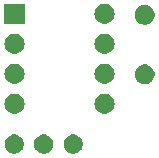
<source format=gbr>
G04 #@! TF.GenerationSoftware,KiCad,Pcbnew,5.0.1-33cea8e~68~ubuntu18.04.1*
G04 #@! TF.CreationDate,2018-11-06T10:20:57-05:00*
G04 #@! TF.ProjectId,beacon,626561636F6E2E6B696361645F706362,rev?*
G04 #@! TF.SameCoordinates,Original*
G04 #@! TF.FileFunction,Soldermask,Bot*
G04 #@! TF.FilePolarity,Negative*
%FSLAX46Y46*%
G04 Gerber Fmt 4.6, Leading zero omitted, Abs format (unit mm)*
G04 Created by KiCad (PCBNEW 5.0.1-33cea8e~68~ubuntu18.04.1) date Tue 06 Nov 2018 10:20:57 AM EST*
%MOMM*%
%LPD*%
G01*
G04 APERTURE LIST*
%ADD10C,0.100000*%
G04 APERTURE END LIST*
D10*
G36*
X119787142Y-90368242D02*
X119935102Y-90429530D01*
X120068258Y-90518502D01*
X120181498Y-90631742D01*
X120270470Y-90764898D01*
X120331758Y-90912858D01*
X120363000Y-91069925D01*
X120363000Y-91230075D01*
X120331758Y-91387142D01*
X120270470Y-91535102D01*
X120181498Y-91668258D01*
X120068258Y-91781498D01*
X119935102Y-91870470D01*
X119787142Y-91931758D01*
X119630075Y-91963000D01*
X119469925Y-91963000D01*
X119312858Y-91931758D01*
X119164898Y-91870470D01*
X119031742Y-91781498D01*
X118918502Y-91668258D01*
X118829530Y-91535102D01*
X118768242Y-91387142D01*
X118737000Y-91230075D01*
X118737000Y-91069925D01*
X118768242Y-90912858D01*
X118829530Y-90764898D01*
X118918502Y-90631742D01*
X119031742Y-90518502D01*
X119164898Y-90429530D01*
X119312858Y-90368242D01*
X119469925Y-90337000D01*
X119630075Y-90337000D01*
X119787142Y-90368242D01*
X119787142Y-90368242D01*
G37*
G36*
X117287142Y-90368242D02*
X117435102Y-90429530D01*
X117568258Y-90518502D01*
X117681498Y-90631742D01*
X117770470Y-90764898D01*
X117831758Y-90912858D01*
X117863000Y-91069925D01*
X117863000Y-91230075D01*
X117831758Y-91387142D01*
X117770470Y-91535102D01*
X117681498Y-91668258D01*
X117568258Y-91781498D01*
X117435102Y-91870470D01*
X117287142Y-91931758D01*
X117130075Y-91963000D01*
X116969925Y-91963000D01*
X116812858Y-91931758D01*
X116664898Y-91870470D01*
X116531742Y-91781498D01*
X116418502Y-91668258D01*
X116329530Y-91535102D01*
X116268242Y-91387142D01*
X116237000Y-91230075D01*
X116237000Y-91069925D01*
X116268242Y-90912858D01*
X116329530Y-90764898D01*
X116418502Y-90631742D01*
X116531742Y-90518502D01*
X116664898Y-90429530D01*
X116812858Y-90368242D01*
X116969925Y-90337000D01*
X117130075Y-90337000D01*
X117287142Y-90368242D01*
X117287142Y-90368242D01*
G37*
G36*
X122287142Y-90368242D02*
X122435102Y-90429530D01*
X122568258Y-90518502D01*
X122681498Y-90631742D01*
X122770470Y-90764898D01*
X122831758Y-90912858D01*
X122863000Y-91069925D01*
X122863000Y-91230075D01*
X122831758Y-91387142D01*
X122770470Y-91535102D01*
X122681498Y-91668258D01*
X122568258Y-91781498D01*
X122435102Y-91870470D01*
X122287142Y-91931758D01*
X122130075Y-91963000D01*
X121969925Y-91963000D01*
X121812858Y-91931758D01*
X121664898Y-91870470D01*
X121531742Y-91781498D01*
X121418502Y-91668258D01*
X121329530Y-91535102D01*
X121268242Y-91387142D01*
X121237000Y-91230075D01*
X121237000Y-91069925D01*
X121268242Y-90912858D01*
X121329530Y-90764898D01*
X121418502Y-90631742D01*
X121531742Y-90518502D01*
X121664898Y-90429530D01*
X121812858Y-90368242D01*
X121969925Y-90337000D01*
X122130075Y-90337000D01*
X122287142Y-90368242D01*
X122287142Y-90368242D01*
G37*
G36*
X117241822Y-86906314D02*
X117241825Y-86906315D01*
X117241826Y-86906315D01*
X117402240Y-86954976D01*
X117402242Y-86954977D01*
X117402245Y-86954978D01*
X117550079Y-87033996D01*
X117679660Y-87140342D01*
X117786006Y-87269923D01*
X117865024Y-87417757D01*
X117913688Y-87578180D01*
X117930118Y-87745001D01*
X117913688Y-87911822D01*
X117865024Y-88072245D01*
X117786006Y-88220079D01*
X117679660Y-88349660D01*
X117550079Y-88456006D01*
X117402245Y-88535024D01*
X117402242Y-88535025D01*
X117402240Y-88535026D01*
X117241826Y-88583687D01*
X117241825Y-88583687D01*
X117241822Y-88583688D01*
X117116805Y-88596001D01*
X117033197Y-88596001D01*
X116908180Y-88583688D01*
X116908177Y-88583687D01*
X116908176Y-88583687D01*
X116747762Y-88535026D01*
X116747760Y-88535025D01*
X116747757Y-88535024D01*
X116599923Y-88456006D01*
X116470342Y-88349660D01*
X116363996Y-88220079D01*
X116284978Y-88072245D01*
X116236314Y-87911822D01*
X116219884Y-87745001D01*
X116236314Y-87578180D01*
X116284978Y-87417757D01*
X116363996Y-87269923D01*
X116470342Y-87140342D01*
X116599923Y-87033996D01*
X116747757Y-86954978D01*
X116747760Y-86954977D01*
X116747762Y-86954976D01*
X116908176Y-86906315D01*
X116908177Y-86906315D01*
X116908180Y-86906314D01*
X117033197Y-86894001D01*
X117116805Y-86894001D01*
X117241822Y-86906314D01*
X117241822Y-86906314D01*
G37*
G36*
X124861822Y-86906314D02*
X124861825Y-86906315D01*
X124861826Y-86906315D01*
X125022240Y-86954976D01*
X125022242Y-86954977D01*
X125022245Y-86954978D01*
X125170079Y-87033996D01*
X125299660Y-87140342D01*
X125406006Y-87269923D01*
X125485024Y-87417757D01*
X125533688Y-87578180D01*
X125550118Y-87745001D01*
X125533688Y-87911822D01*
X125485024Y-88072245D01*
X125406006Y-88220079D01*
X125299660Y-88349660D01*
X125170079Y-88456006D01*
X125022245Y-88535024D01*
X125022242Y-88535025D01*
X125022240Y-88535026D01*
X124861826Y-88583687D01*
X124861825Y-88583687D01*
X124861822Y-88583688D01*
X124736805Y-88596001D01*
X124653197Y-88596001D01*
X124528180Y-88583688D01*
X124528177Y-88583687D01*
X124528176Y-88583687D01*
X124367762Y-88535026D01*
X124367760Y-88535025D01*
X124367757Y-88535024D01*
X124219923Y-88456006D01*
X124090342Y-88349660D01*
X123983996Y-88220079D01*
X123904978Y-88072245D01*
X123856314Y-87911822D01*
X123839884Y-87745001D01*
X123856314Y-87578180D01*
X123904978Y-87417757D01*
X123983996Y-87269923D01*
X124090342Y-87140342D01*
X124219923Y-87033996D01*
X124367757Y-86954978D01*
X124367760Y-86954977D01*
X124367762Y-86954976D01*
X124528176Y-86906315D01*
X124528177Y-86906315D01*
X124528180Y-86906314D01*
X124653197Y-86894001D01*
X124736805Y-86894001D01*
X124861822Y-86906314D01*
X124861822Y-86906314D01*
G37*
G36*
X128344581Y-84443723D02*
X128497179Y-84506931D01*
X128634513Y-84598695D01*
X128751305Y-84715487D01*
X128843069Y-84852821D01*
X128906277Y-85005419D01*
X128938500Y-85167414D01*
X128938500Y-85332586D01*
X128906277Y-85494581D01*
X128843069Y-85647179D01*
X128751305Y-85784513D01*
X128634513Y-85901305D01*
X128497179Y-85993069D01*
X128344581Y-86056277D01*
X128182586Y-86088500D01*
X128017414Y-86088500D01*
X127855419Y-86056277D01*
X127702821Y-85993069D01*
X127565487Y-85901305D01*
X127448695Y-85784513D01*
X127356931Y-85647179D01*
X127293723Y-85494581D01*
X127261500Y-85332586D01*
X127261500Y-85167414D01*
X127293723Y-85005419D01*
X127356931Y-84852821D01*
X127448695Y-84715487D01*
X127565487Y-84598695D01*
X127702821Y-84506931D01*
X127855419Y-84443723D01*
X128017414Y-84411500D01*
X128182586Y-84411500D01*
X128344581Y-84443723D01*
X128344581Y-84443723D01*
G37*
G36*
X117241822Y-84366314D02*
X117241825Y-84366315D01*
X117241826Y-84366315D01*
X117402240Y-84414976D01*
X117402242Y-84414977D01*
X117402245Y-84414978D01*
X117550079Y-84493996D01*
X117679660Y-84600342D01*
X117786006Y-84729923D01*
X117865024Y-84877757D01*
X117913688Y-85038180D01*
X117930118Y-85205001D01*
X117913688Y-85371822D01*
X117913687Y-85371825D01*
X117913687Y-85371826D01*
X117876450Y-85494581D01*
X117865024Y-85532245D01*
X117786006Y-85680079D01*
X117679660Y-85809660D01*
X117550079Y-85916006D01*
X117402245Y-85995024D01*
X117402242Y-85995025D01*
X117402240Y-85995026D01*
X117241826Y-86043687D01*
X117241825Y-86043687D01*
X117241822Y-86043688D01*
X117116805Y-86056001D01*
X117033197Y-86056001D01*
X116908180Y-86043688D01*
X116908177Y-86043687D01*
X116908176Y-86043687D01*
X116747762Y-85995026D01*
X116747760Y-85995025D01*
X116747757Y-85995024D01*
X116599923Y-85916006D01*
X116470342Y-85809660D01*
X116363996Y-85680079D01*
X116284978Y-85532245D01*
X116273553Y-85494581D01*
X116236315Y-85371826D01*
X116236315Y-85371825D01*
X116236314Y-85371822D01*
X116219884Y-85205001D01*
X116236314Y-85038180D01*
X116284978Y-84877757D01*
X116363996Y-84729923D01*
X116470342Y-84600342D01*
X116599923Y-84493996D01*
X116747757Y-84414978D01*
X116747760Y-84414977D01*
X116747762Y-84414976D01*
X116908176Y-84366315D01*
X116908177Y-84366315D01*
X116908180Y-84366314D01*
X117033197Y-84354001D01*
X117116805Y-84354001D01*
X117241822Y-84366314D01*
X117241822Y-84366314D01*
G37*
G36*
X124861822Y-84366314D02*
X124861825Y-84366315D01*
X124861826Y-84366315D01*
X125022240Y-84414976D01*
X125022242Y-84414977D01*
X125022245Y-84414978D01*
X125170079Y-84493996D01*
X125299660Y-84600342D01*
X125406006Y-84729923D01*
X125485024Y-84877757D01*
X125533688Y-85038180D01*
X125550118Y-85205001D01*
X125533688Y-85371822D01*
X125533687Y-85371825D01*
X125533687Y-85371826D01*
X125496450Y-85494581D01*
X125485024Y-85532245D01*
X125406006Y-85680079D01*
X125299660Y-85809660D01*
X125170079Y-85916006D01*
X125022245Y-85995024D01*
X125022242Y-85995025D01*
X125022240Y-85995026D01*
X124861826Y-86043687D01*
X124861825Y-86043687D01*
X124861822Y-86043688D01*
X124736805Y-86056001D01*
X124653197Y-86056001D01*
X124528180Y-86043688D01*
X124528177Y-86043687D01*
X124528176Y-86043687D01*
X124367762Y-85995026D01*
X124367760Y-85995025D01*
X124367757Y-85995024D01*
X124219923Y-85916006D01*
X124090342Y-85809660D01*
X123983996Y-85680079D01*
X123904978Y-85532245D01*
X123893553Y-85494581D01*
X123856315Y-85371826D01*
X123856315Y-85371825D01*
X123856314Y-85371822D01*
X123839884Y-85205001D01*
X123856314Y-85038180D01*
X123904978Y-84877757D01*
X123983996Y-84729923D01*
X124090342Y-84600342D01*
X124219923Y-84493996D01*
X124367757Y-84414978D01*
X124367760Y-84414977D01*
X124367762Y-84414976D01*
X124528176Y-84366315D01*
X124528177Y-84366315D01*
X124528180Y-84366314D01*
X124653197Y-84354001D01*
X124736805Y-84354001D01*
X124861822Y-84366314D01*
X124861822Y-84366314D01*
G37*
G36*
X117241822Y-81826314D02*
X117241825Y-81826315D01*
X117241826Y-81826315D01*
X117402240Y-81874976D01*
X117402242Y-81874977D01*
X117402245Y-81874978D01*
X117550079Y-81953996D01*
X117679660Y-82060342D01*
X117786006Y-82189923D01*
X117865024Y-82337757D01*
X117913688Y-82498180D01*
X117930118Y-82665001D01*
X117913688Y-82831822D01*
X117865024Y-82992245D01*
X117786006Y-83140079D01*
X117679660Y-83269660D01*
X117550079Y-83376006D01*
X117402245Y-83455024D01*
X117402242Y-83455025D01*
X117402240Y-83455026D01*
X117241826Y-83503687D01*
X117241825Y-83503687D01*
X117241822Y-83503688D01*
X117116805Y-83516001D01*
X117033197Y-83516001D01*
X116908180Y-83503688D01*
X116908177Y-83503687D01*
X116908176Y-83503687D01*
X116747762Y-83455026D01*
X116747760Y-83455025D01*
X116747757Y-83455024D01*
X116599923Y-83376006D01*
X116470342Y-83269660D01*
X116363996Y-83140079D01*
X116284978Y-82992245D01*
X116236314Y-82831822D01*
X116219884Y-82665001D01*
X116236314Y-82498180D01*
X116284978Y-82337757D01*
X116363996Y-82189923D01*
X116470342Y-82060342D01*
X116599923Y-81953996D01*
X116747757Y-81874978D01*
X116747760Y-81874977D01*
X116747762Y-81874976D01*
X116908176Y-81826315D01*
X116908177Y-81826315D01*
X116908180Y-81826314D01*
X117033197Y-81814001D01*
X117116805Y-81814001D01*
X117241822Y-81826314D01*
X117241822Y-81826314D01*
G37*
G36*
X124861822Y-81826314D02*
X124861825Y-81826315D01*
X124861826Y-81826315D01*
X125022240Y-81874976D01*
X125022242Y-81874977D01*
X125022245Y-81874978D01*
X125170079Y-81953996D01*
X125299660Y-82060342D01*
X125406006Y-82189923D01*
X125485024Y-82337757D01*
X125533688Y-82498180D01*
X125550118Y-82665001D01*
X125533688Y-82831822D01*
X125485024Y-82992245D01*
X125406006Y-83140079D01*
X125299660Y-83269660D01*
X125170079Y-83376006D01*
X125022245Y-83455024D01*
X125022242Y-83455025D01*
X125022240Y-83455026D01*
X124861826Y-83503687D01*
X124861825Y-83503687D01*
X124861822Y-83503688D01*
X124736805Y-83516001D01*
X124653197Y-83516001D01*
X124528180Y-83503688D01*
X124528177Y-83503687D01*
X124528176Y-83503687D01*
X124367762Y-83455026D01*
X124367760Y-83455025D01*
X124367757Y-83455024D01*
X124219923Y-83376006D01*
X124090342Y-83269660D01*
X123983996Y-83140079D01*
X123904978Y-82992245D01*
X123856314Y-82831822D01*
X123839884Y-82665001D01*
X123856314Y-82498180D01*
X123904978Y-82337757D01*
X123983996Y-82189923D01*
X124090342Y-82060342D01*
X124219923Y-81953996D01*
X124367757Y-81874978D01*
X124367760Y-81874977D01*
X124367762Y-81874976D01*
X124528176Y-81826315D01*
X124528177Y-81826315D01*
X124528180Y-81826314D01*
X124653197Y-81814001D01*
X124736805Y-81814001D01*
X124861822Y-81826314D01*
X124861822Y-81826314D01*
G37*
G36*
X128344581Y-79403723D02*
X128497179Y-79466931D01*
X128634513Y-79558695D01*
X128751305Y-79675487D01*
X128843069Y-79812821D01*
X128906277Y-79965419D01*
X128938500Y-80127414D01*
X128938500Y-80292586D01*
X128906277Y-80454581D01*
X128843069Y-80607179D01*
X128751305Y-80744513D01*
X128634513Y-80861305D01*
X128497179Y-80953069D01*
X128344581Y-81016277D01*
X128182586Y-81048500D01*
X128017414Y-81048500D01*
X127855419Y-81016277D01*
X127702821Y-80953069D01*
X127565487Y-80861305D01*
X127448695Y-80744513D01*
X127356931Y-80607179D01*
X127293723Y-80454581D01*
X127261500Y-80292586D01*
X127261500Y-80127414D01*
X127293723Y-79965419D01*
X127356931Y-79812821D01*
X127448695Y-79675487D01*
X127565487Y-79558695D01*
X127702821Y-79466931D01*
X127855419Y-79403723D01*
X128017414Y-79371500D01*
X128182586Y-79371500D01*
X128344581Y-79403723D01*
X128344581Y-79403723D01*
G37*
G36*
X117926001Y-80976001D02*
X116224001Y-80976001D01*
X116224001Y-79274001D01*
X117926001Y-79274001D01*
X117926001Y-80976001D01*
X117926001Y-80976001D01*
G37*
G36*
X124861822Y-79286314D02*
X124861825Y-79286315D01*
X124861826Y-79286315D01*
X125022240Y-79334976D01*
X125022242Y-79334977D01*
X125022245Y-79334978D01*
X125170079Y-79413996D01*
X125299660Y-79520342D01*
X125406006Y-79649923D01*
X125485024Y-79797757D01*
X125533688Y-79958180D01*
X125550118Y-80125001D01*
X125533688Y-80291822D01*
X125485024Y-80452245D01*
X125406006Y-80600079D01*
X125299660Y-80729660D01*
X125170079Y-80836006D01*
X125022245Y-80915024D01*
X125022242Y-80915025D01*
X125022240Y-80915026D01*
X124861826Y-80963687D01*
X124861825Y-80963687D01*
X124861822Y-80963688D01*
X124736805Y-80976001D01*
X124653197Y-80976001D01*
X124528180Y-80963688D01*
X124528177Y-80963687D01*
X124528176Y-80963687D01*
X124367762Y-80915026D01*
X124367760Y-80915025D01*
X124367757Y-80915024D01*
X124219923Y-80836006D01*
X124090342Y-80729660D01*
X123983996Y-80600079D01*
X123904978Y-80452245D01*
X123856314Y-80291822D01*
X123839884Y-80125001D01*
X123856314Y-79958180D01*
X123904978Y-79797757D01*
X123983996Y-79649923D01*
X124090342Y-79520342D01*
X124219923Y-79413996D01*
X124367757Y-79334978D01*
X124367760Y-79334977D01*
X124367762Y-79334976D01*
X124528176Y-79286315D01*
X124528177Y-79286315D01*
X124528180Y-79286314D01*
X124653197Y-79274001D01*
X124736805Y-79274001D01*
X124861822Y-79286314D01*
X124861822Y-79286314D01*
G37*
M02*

</source>
